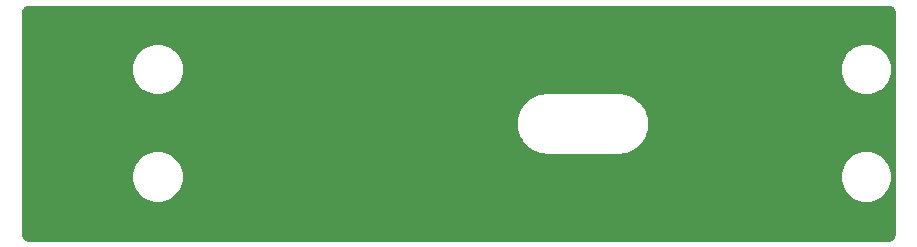
<source format=gbl>
G04 #@! TF.GenerationSoftware,KiCad,Pcbnew,(5.1.2)-1*
G04 #@! TF.CreationDate,2021-01-11T20:38:22+09:00*
G04 #@! TF.ProjectId,es_back,65735f62-6163-46b2-9e6b-696361645f70,v1.2*
G04 #@! TF.SameCoordinates,Original*
G04 #@! TF.FileFunction,Copper,L2,Bot*
G04 #@! TF.FilePolarity,Positive*
%FSLAX46Y46*%
G04 Gerber Fmt 4.6, Leading zero omitted, Abs format (unit mm)*
G04 Created by KiCad (PCBNEW (5.1.2)-1) date 2021-01-11 20:38:22*
%MOMM*%
%LPD*%
G04 APERTURE LIST*
%ADD10C,0.254000*%
G04 APERTURE END LIST*
D10*
G36*
X209065424Y-76669580D02*
G01*
X209128356Y-76688580D01*
X209186405Y-76719445D01*
X209237343Y-76760989D01*
X209279248Y-76811644D01*
X209310515Y-76869471D01*
X209329956Y-76932272D01*
X209340000Y-77027835D01*
X209340001Y-95967711D01*
X209330420Y-96065424D01*
X209311420Y-96128357D01*
X209280554Y-96186406D01*
X209239011Y-96237343D01*
X209188356Y-96279248D01*
X209130529Y-96310515D01*
X209067728Y-96329956D01*
X208972165Y-96340000D01*
X136032279Y-96340000D01*
X135934576Y-96330420D01*
X135871643Y-96311420D01*
X135813594Y-96280554D01*
X135762657Y-96239011D01*
X135720752Y-96188356D01*
X135689485Y-96130529D01*
X135670044Y-96067728D01*
X135660000Y-95972165D01*
X135660000Y-90779872D01*
X144765000Y-90779872D01*
X144765000Y-91220128D01*
X144850890Y-91651925D01*
X145019369Y-92058669D01*
X145263962Y-92424729D01*
X145575271Y-92736038D01*
X145941331Y-92980631D01*
X146348075Y-93149110D01*
X146779872Y-93235000D01*
X147220128Y-93235000D01*
X147651925Y-93149110D01*
X148058669Y-92980631D01*
X148424729Y-92736038D01*
X148736038Y-92424729D01*
X148980631Y-92058669D01*
X149149110Y-91651925D01*
X149235000Y-91220128D01*
X149235000Y-90779872D01*
X204765000Y-90779872D01*
X204765000Y-91220128D01*
X204850890Y-91651925D01*
X205019369Y-92058669D01*
X205263962Y-92424729D01*
X205575271Y-92736038D01*
X205941331Y-92980631D01*
X206348075Y-93149110D01*
X206779872Y-93235000D01*
X207220128Y-93235000D01*
X207651925Y-93149110D01*
X208058669Y-92980631D01*
X208424729Y-92736038D01*
X208736038Y-92424729D01*
X208980631Y-92058669D01*
X209149110Y-91651925D01*
X209235000Y-91220128D01*
X209235000Y-90779872D01*
X209149110Y-90348075D01*
X208980631Y-89941331D01*
X208736038Y-89575271D01*
X208424729Y-89263962D01*
X208058669Y-89019369D01*
X207651925Y-88850890D01*
X207220128Y-88765000D01*
X206779872Y-88765000D01*
X206348075Y-88850890D01*
X205941331Y-89019369D01*
X205575271Y-89263962D01*
X205263962Y-89575271D01*
X205019369Y-89941331D01*
X204850890Y-90348075D01*
X204765000Y-90779872D01*
X149235000Y-90779872D01*
X149149110Y-90348075D01*
X148980631Y-89941331D01*
X148736038Y-89575271D01*
X148424729Y-89263962D01*
X148058669Y-89019369D01*
X147651925Y-88850890D01*
X147220128Y-88765000D01*
X146779872Y-88765000D01*
X146348075Y-88850890D01*
X145941331Y-89019369D01*
X145575271Y-89263962D01*
X145263962Y-89575271D01*
X145019369Y-89941331D01*
X144850890Y-90348075D01*
X144765000Y-90779872D01*
X135660000Y-90779872D01*
X135660000Y-86454147D01*
X177342765Y-86454147D01*
X177343183Y-86513964D01*
X177342765Y-86573781D01*
X177343665Y-86582952D01*
X177384466Y-86971145D01*
X177396487Y-87029708D01*
X177407702Y-87088501D01*
X177410366Y-87097323D01*
X177525790Y-87470198D01*
X177548975Y-87525353D01*
X177571379Y-87580806D01*
X177575706Y-87588943D01*
X177761357Y-87932298D01*
X177794780Y-87981849D01*
X177827562Y-88031946D01*
X177833387Y-88039087D01*
X178082194Y-88339841D01*
X178124629Y-88381981D01*
X178166492Y-88424730D01*
X178173592Y-88430604D01*
X178476077Y-88677305D01*
X178525904Y-88710409D01*
X178575259Y-88744204D01*
X178583365Y-88748587D01*
X178928007Y-88931837D01*
X178983311Y-88954631D01*
X179038295Y-88978198D01*
X179047098Y-88980923D01*
X179420770Y-89093741D01*
X179479458Y-89105361D01*
X179537961Y-89117797D01*
X179547126Y-89118760D01*
X179935595Y-89156850D01*
X179935598Y-89156850D01*
X179967581Y-89160000D01*
X186032419Y-89160000D01*
X186066382Y-89156655D01*
X186092329Y-89156655D01*
X186101494Y-89155692D01*
X186489393Y-89112182D01*
X186547873Y-89099751D01*
X186606583Y-89088127D01*
X186615386Y-89085401D01*
X186987447Y-88967377D01*
X187042430Y-88943811D01*
X187097736Y-88921016D01*
X187105842Y-88916633D01*
X187447892Y-88728589D01*
X187497221Y-88694812D01*
X187547074Y-88661691D01*
X187554174Y-88655816D01*
X187853185Y-88404916D01*
X187895029Y-88362186D01*
X187937484Y-88320027D01*
X187943308Y-88312886D01*
X188187892Y-88008684D01*
X188220640Y-87958639D01*
X188254097Y-87909038D01*
X188258423Y-87900901D01*
X188439262Y-87554989D01*
X188461665Y-87499540D01*
X188484852Y-87444381D01*
X188487515Y-87435559D01*
X188597722Y-87061109D01*
X188608925Y-87002379D01*
X188620960Y-86943750D01*
X188621859Y-86934579D01*
X188657235Y-86545853D01*
X188656817Y-86486036D01*
X188657235Y-86426219D01*
X188656335Y-86417047D01*
X188615534Y-86028855D01*
X188603514Y-85970299D01*
X188592298Y-85911498D01*
X188589634Y-85902677D01*
X188474210Y-85529802D01*
X188451025Y-85474647D01*
X188428621Y-85419194D01*
X188424294Y-85411058D01*
X188424294Y-85411057D01*
X188424291Y-85411053D01*
X188238643Y-85067702D01*
X188205187Y-85018101D01*
X188172437Y-84968054D01*
X188166613Y-84960913D01*
X187917806Y-84660158D01*
X187875371Y-84618019D01*
X187833508Y-84575269D01*
X187826407Y-84569396D01*
X187523923Y-84322695D01*
X187474107Y-84289598D01*
X187424741Y-84255795D01*
X187416635Y-84251413D01*
X187071993Y-84068163D01*
X187016687Y-84045368D01*
X186961704Y-84021802D01*
X186952901Y-84019077D01*
X186579230Y-83906259D01*
X186520542Y-83894639D01*
X186462039Y-83882203D01*
X186452874Y-83881240D01*
X186064405Y-83843150D01*
X186064402Y-83843150D01*
X186032419Y-83840000D01*
X179967581Y-83840000D01*
X179933618Y-83843345D01*
X179907671Y-83843345D01*
X179898507Y-83844308D01*
X179510607Y-83887818D01*
X179452127Y-83900249D01*
X179393417Y-83911873D01*
X179384614Y-83914599D01*
X179012553Y-84032623D01*
X178957631Y-84056163D01*
X178902264Y-84078983D01*
X178894158Y-84083367D01*
X178552108Y-84271411D01*
X178502795Y-84305177D01*
X178452926Y-84338309D01*
X178445826Y-84344184D01*
X178146815Y-84595084D01*
X178104987Y-84637797D01*
X178062516Y-84679973D01*
X178056692Y-84687114D01*
X177812108Y-84991315D01*
X177779348Y-85041378D01*
X177745903Y-85090962D01*
X177741577Y-85099099D01*
X177560738Y-85445012D01*
X177538341Y-85500447D01*
X177515148Y-85555619D01*
X177512485Y-85564441D01*
X177402278Y-85938891D01*
X177391075Y-85997621D01*
X177379040Y-86056250D01*
X177378141Y-86065421D01*
X177342765Y-86454147D01*
X135660000Y-86454147D01*
X135660000Y-81679872D01*
X144765000Y-81679872D01*
X144765000Y-82120128D01*
X144850890Y-82551925D01*
X145019369Y-82958669D01*
X145263962Y-83324729D01*
X145575271Y-83636038D01*
X145941331Y-83880631D01*
X146348075Y-84049110D01*
X146779872Y-84135000D01*
X147220128Y-84135000D01*
X147651925Y-84049110D01*
X148058669Y-83880631D01*
X148424729Y-83636038D01*
X148736038Y-83324729D01*
X148980631Y-82958669D01*
X149149110Y-82551925D01*
X149235000Y-82120128D01*
X149235000Y-81679872D01*
X204765000Y-81679872D01*
X204765000Y-82120128D01*
X204850890Y-82551925D01*
X205019369Y-82958669D01*
X205263962Y-83324729D01*
X205575271Y-83636038D01*
X205941331Y-83880631D01*
X206348075Y-84049110D01*
X206779872Y-84135000D01*
X207220128Y-84135000D01*
X207651925Y-84049110D01*
X208058669Y-83880631D01*
X208424729Y-83636038D01*
X208736038Y-83324729D01*
X208980631Y-82958669D01*
X209149110Y-82551925D01*
X209235000Y-82120128D01*
X209235000Y-81679872D01*
X209149110Y-81248075D01*
X208980631Y-80841331D01*
X208736038Y-80475271D01*
X208424729Y-80163962D01*
X208058669Y-79919369D01*
X207651925Y-79750890D01*
X207220128Y-79665000D01*
X206779872Y-79665000D01*
X206348075Y-79750890D01*
X205941331Y-79919369D01*
X205575271Y-80163962D01*
X205263962Y-80475271D01*
X205019369Y-80841331D01*
X204850890Y-81248075D01*
X204765000Y-81679872D01*
X149235000Y-81679872D01*
X149149110Y-81248075D01*
X148980631Y-80841331D01*
X148736038Y-80475271D01*
X148424729Y-80163962D01*
X148058669Y-79919369D01*
X147651925Y-79750890D01*
X147220128Y-79665000D01*
X146779872Y-79665000D01*
X146348075Y-79750890D01*
X145941331Y-79919369D01*
X145575271Y-80163962D01*
X145263962Y-80475271D01*
X145019369Y-80841331D01*
X144850890Y-81248075D01*
X144765000Y-81679872D01*
X135660000Y-81679872D01*
X135660000Y-77032279D01*
X135669580Y-76934576D01*
X135688580Y-76871644D01*
X135719445Y-76813595D01*
X135760989Y-76762657D01*
X135811644Y-76720752D01*
X135869471Y-76689485D01*
X135932272Y-76670044D01*
X136027835Y-76660000D01*
X208967721Y-76660000D01*
X209065424Y-76669580D01*
X209065424Y-76669580D01*
G37*
X209065424Y-76669580D02*
X209128356Y-76688580D01*
X209186405Y-76719445D01*
X209237343Y-76760989D01*
X209279248Y-76811644D01*
X209310515Y-76869471D01*
X209329956Y-76932272D01*
X209340000Y-77027835D01*
X209340001Y-95967711D01*
X209330420Y-96065424D01*
X209311420Y-96128357D01*
X209280554Y-96186406D01*
X209239011Y-96237343D01*
X209188356Y-96279248D01*
X209130529Y-96310515D01*
X209067728Y-96329956D01*
X208972165Y-96340000D01*
X136032279Y-96340000D01*
X135934576Y-96330420D01*
X135871643Y-96311420D01*
X135813594Y-96280554D01*
X135762657Y-96239011D01*
X135720752Y-96188356D01*
X135689485Y-96130529D01*
X135670044Y-96067728D01*
X135660000Y-95972165D01*
X135660000Y-90779872D01*
X144765000Y-90779872D01*
X144765000Y-91220128D01*
X144850890Y-91651925D01*
X145019369Y-92058669D01*
X145263962Y-92424729D01*
X145575271Y-92736038D01*
X145941331Y-92980631D01*
X146348075Y-93149110D01*
X146779872Y-93235000D01*
X147220128Y-93235000D01*
X147651925Y-93149110D01*
X148058669Y-92980631D01*
X148424729Y-92736038D01*
X148736038Y-92424729D01*
X148980631Y-92058669D01*
X149149110Y-91651925D01*
X149235000Y-91220128D01*
X149235000Y-90779872D01*
X204765000Y-90779872D01*
X204765000Y-91220128D01*
X204850890Y-91651925D01*
X205019369Y-92058669D01*
X205263962Y-92424729D01*
X205575271Y-92736038D01*
X205941331Y-92980631D01*
X206348075Y-93149110D01*
X206779872Y-93235000D01*
X207220128Y-93235000D01*
X207651925Y-93149110D01*
X208058669Y-92980631D01*
X208424729Y-92736038D01*
X208736038Y-92424729D01*
X208980631Y-92058669D01*
X209149110Y-91651925D01*
X209235000Y-91220128D01*
X209235000Y-90779872D01*
X209149110Y-90348075D01*
X208980631Y-89941331D01*
X208736038Y-89575271D01*
X208424729Y-89263962D01*
X208058669Y-89019369D01*
X207651925Y-88850890D01*
X207220128Y-88765000D01*
X206779872Y-88765000D01*
X206348075Y-88850890D01*
X205941331Y-89019369D01*
X205575271Y-89263962D01*
X205263962Y-89575271D01*
X205019369Y-89941331D01*
X204850890Y-90348075D01*
X204765000Y-90779872D01*
X149235000Y-90779872D01*
X149149110Y-90348075D01*
X148980631Y-89941331D01*
X148736038Y-89575271D01*
X148424729Y-89263962D01*
X148058669Y-89019369D01*
X147651925Y-88850890D01*
X147220128Y-88765000D01*
X146779872Y-88765000D01*
X146348075Y-88850890D01*
X145941331Y-89019369D01*
X145575271Y-89263962D01*
X145263962Y-89575271D01*
X145019369Y-89941331D01*
X144850890Y-90348075D01*
X144765000Y-90779872D01*
X135660000Y-90779872D01*
X135660000Y-86454147D01*
X177342765Y-86454147D01*
X177343183Y-86513964D01*
X177342765Y-86573781D01*
X177343665Y-86582952D01*
X177384466Y-86971145D01*
X177396487Y-87029708D01*
X177407702Y-87088501D01*
X177410366Y-87097323D01*
X177525790Y-87470198D01*
X177548975Y-87525353D01*
X177571379Y-87580806D01*
X177575706Y-87588943D01*
X177761357Y-87932298D01*
X177794780Y-87981849D01*
X177827562Y-88031946D01*
X177833387Y-88039087D01*
X178082194Y-88339841D01*
X178124629Y-88381981D01*
X178166492Y-88424730D01*
X178173592Y-88430604D01*
X178476077Y-88677305D01*
X178525904Y-88710409D01*
X178575259Y-88744204D01*
X178583365Y-88748587D01*
X178928007Y-88931837D01*
X178983311Y-88954631D01*
X179038295Y-88978198D01*
X179047098Y-88980923D01*
X179420770Y-89093741D01*
X179479458Y-89105361D01*
X179537961Y-89117797D01*
X179547126Y-89118760D01*
X179935595Y-89156850D01*
X179935598Y-89156850D01*
X179967581Y-89160000D01*
X186032419Y-89160000D01*
X186066382Y-89156655D01*
X186092329Y-89156655D01*
X186101494Y-89155692D01*
X186489393Y-89112182D01*
X186547873Y-89099751D01*
X186606583Y-89088127D01*
X186615386Y-89085401D01*
X186987447Y-88967377D01*
X187042430Y-88943811D01*
X187097736Y-88921016D01*
X187105842Y-88916633D01*
X187447892Y-88728589D01*
X187497221Y-88694812D01*
X187547074Y-88661691D01*
X187554174Y-88655816D01*
X187853185Y-88404916D01*
X187895029Y-88362186D01*
X187937484Y-88320027D01*
X187943308Y-88312886D01*
X188187892Y-88008684D01*
X188220640Y-87958639D01*
X188254097Y-87909038D01*
X188258423Y-87900901D01*
X188439262Y-87554989D01*
X188461665Y-87499540D01*
X188484852Y-87444381D01*
X188487515Y-87435559D01*
X188597722Y-87061109D01*
X188608925Y-87002379D01*
X188620960Y-86943750D01*
X188621859Y-86934579D01*
X188657235Y-86545853D01*
X188656817Y-86486036D01*
X188657235Y-86426219D01*
X188656335Y-86417047D01*
X188615534Y-86028855D01*
X188603514Y-85970299D01*
X188592298Y-85911498D01*
X188589634Y-85902677D01*
X188474210Y-85529802D01*
X188451025Y-85474647D01*
X188428621Y-85419194D01*
X188424294Y-85411058D01*
X188424294Y-85411057D01*
X188424291Y-85411053D01*
X188238643Y-85067702D01*
X188205187Y-85018101D01*
X188172437Y-84968054D01*
X188166613Y-84960913D01*
X187917806Y-84660158D01*
X187875371Y-84618019D01*
X187833508Y-84575269D01*
X187826407Y-84569396D01*
X187523923Y-84322695D01*
X187474107Y-84289598D01*
X187424741Y-84255795D01*
X187416635Y-84251413D01*
X187071993Y-84068163D01*
X187016687Y-84045368D01*
X186961704Y-84021802D01*
X186952901Y-84019077D01*
X186579230Y-83906259D01*
X186520542Y-83894639D01*
X186462039Y-83882203D01*
X186452874Y-83881240D01*
X186064405Y-83843150D01*
X186064402Y-83843150D01*
X186032419Y-83840000D01*
X179967581Y-83840000D01*
X179933618Y-83843345D01*
X179907671Y-83843345D01*
X179898507Y-83844308D01*
X179510607Y-83887818D01*
X179452127Y-83900249D01*
X179393417Y-83911873D01*
X179384614Y-83914599D01*
X179012553Y-84032623D01*
X178957631Y-84056163D01*
X178902264Y-84078983D01*
X178894158Y-84083367D01*
X178552108Y-84271411D01*
X178502795Y-84305177D01*
X178452926Y-84338309D01*
X178445826Y-84344184D01*
X178146815Y-84595084D01*
X178104987Y-84637797D01*
X178062516Y-84679973D01*
X178056692Y-84687114D01*
X177812108Y-84991315D01*
X177779348Y-85041378D01*
X177745903Y-85090962D01*
X177741577Y-85099099D01*
X177560738Y-85445012D01*
X177538341Y-85500447D01*
X177515148Y-85555619D01*
X177512485Y-85564441D01*
X177402278Y-85938891D01*
X177391075Y-85997621D01*
X177379040Y-86056250D01*
X177378141Y-86065421D01*
X177342765Y-86454147D01*
X135660000Y-86454147D01*
X135660000Y-81679872D01*
X144765000Y-81679872D01*
X144765000Y-82120128D01*
X144850890Y-82551925D01*
X145019369Y-82958669D01*
X145263962Y-83324729D01*
X145575271Y-83636038D01*
X145941331Y-83880631D01*
X146348075Y-84049110D01*
X146779872Y-84135000D01*
X147220128Y-84135000D01*
X147651925Y-84049110D01*
X148058669Y-83880631D01*
X148424729Y-83636038D01*
X148736038Y-83324729D01*
X148980631Y-82958669D01*
X149149110Y-82551925D01*
X149235000Y-82120128D01*
X149235000Y-81679872D01*
X204765000Y-81679872D01*
X204765000Y-82120128D01*
X204850890Y-82551925D01*
X205019369Y-82958669D01*
X205263962Y-83324729D01*
X205575271Y-83636038D01*
X205941331Y-83880631D01*
X206348075Y-84049110D01*
X206779872Y-84135000D01*
X207220128Y-84135000D01*
X207651925Y-84049110D01*
X208058669Y-83880631D01*
X208424729Y-83636038D01*
X208736038Y-83324729D01*
X208980631Y-82958669D01*
X209149110Y-82551925D01*
X209235000Y-82120128D01*
X209235000Y-81679872D01*
X209149110Y-81248075D01*
X208980631Y-80841331D01*
X208736038Y-80475271D01*
X208424729Y-80163962D01*
X208058669Y-79919369D01*
X207651925Y-79750890D01*
X207220128Y-79665000D01*
X206779872Y-79665000D01*
X206348075Y-79750890D01*
X205941331Y-79919369D01*
X205575271Y-80163962D01*
X205263962Y-80475271D01*
X205019369Y-80841331D01*
X204850890Y-81248075D01*
X204765000Y-81679872D01*
X149235000Y-81679872D01*
X149149110Y-81248075D01*
X148980631Y-80841331D01*
X148736038Y-80475271D01*
X148424729Y-80163962D01*
X148058669Y-79919369D01*
X147651925Y-79750890D01*
X147220128Y-79665000D01*
X146779872Y-79665000D01*
X146348075Y-79750890D01*
X145941331Y-79919369D01*
X145575271Y-80163962D01*
X145263962Y-80475271D01*
X145019369Y-80841331D01*
X144850890Y-81248075D01*
X144765000Y-81679872D01*
X135660000Y-81679872D01*
X135660000Y-77032279D01*
X135669580Y-76934576D01*
X135688580Y-76871644D01*
X135719445Y-76813595D01*
X135760989Y-76762657D01*
X135811644Y-76720752D01*
X135869471Y-76689485D01*
X135932272Y-76670044D01*
X136027835Y-76660000D01*
X208967721Y-76660000D01*
X209065424Y-76669580D01*
M02*

</source>
